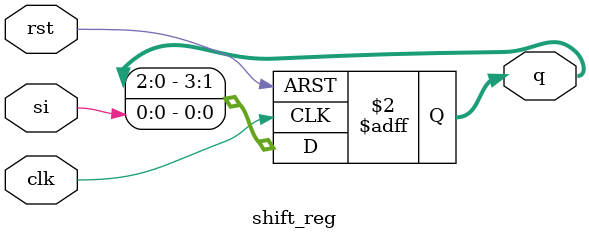
<source format=v>
module shift_reg (
    input clk,
    input rst,
    input si,        // serial input
    output reg [3:0] q
);

always @(posedge clk or posedge rst) begin
    if (rst)
        q <= 4'b0000;
    else
        q <= {q[2:0], si};  // shift left, insert si at LSB
end

endmodule

</source>
